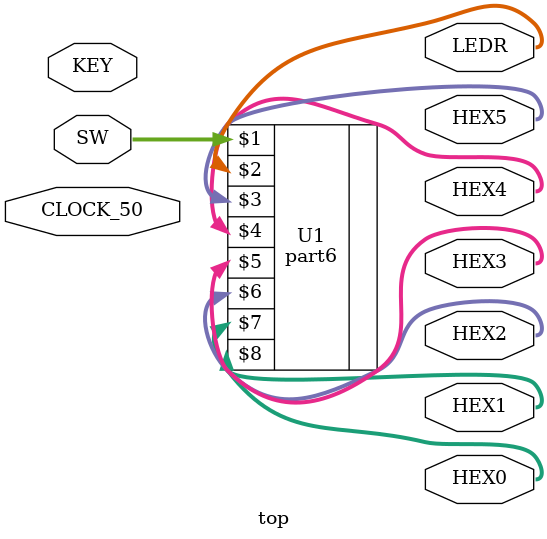
<source format=v>

module top (CLOCK_50, SW, KEY, HEX0, HEX1, HEX2, HEX3, HEX4, HEX5, LEDR);

    input CLOCK_50;             // DE-series 50 MHz clock signal
    input wire [9:0] SW;        // DE-series switches
    input wire [3:0] KEY;       // DE-series pushbuttons

    output wire [6:0] HEX0;     // DE-series HEX displays
    output wire [6:0] HEX1;
    output wire [6:0] HEX2;
    output wire [6:0] HEX3;
    output wire [6:0] HEX4;
    output wire [6:0] HEX5;

    output wire [9:0] LEDR;     // DE-series LEDs   

    part6 U1 (SW, LEDR, HEX5, HEX4, HEX3, HEX2, HEX1, HEX0);

endmodule


</source>
